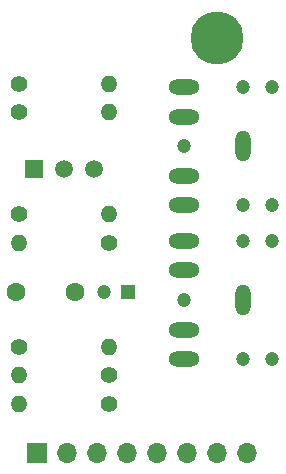
<source format=gbr>
%TF.GenerationSoftware,KiCad,Pcbnew,(6.0.7)*%
%TF.CreationDate,2022-12-16T00:38:36+00:00*%
%TF.ProjectId,CPC464-2MINITapeAdapter,43504334-3634-42d3-924d-494e49546170,rev?*%
%TF.SameCoordinates,Original*%
%TF.FileFunction,Soldermask,Bot*%
%TF.FilePolarity,Negative*%
%FSLAX46Y46*%
G04 Gerber Fmt 4.6, Leading zero omitted, Abs format (unit mm)*
G04 Created by KiCad (PCBNEW (6.0.7)) date 2022-12-16 00:38:36*
%MOMM*%
%LPD*%
G01*
G04 APERTURE LIST*
%ADD10C,1.400000*%
%ADD11O,1.400000X1.400000*%
%ADD12C,1.500000*%
%ADD13R,1.500000X1.500000*%
%ADD14R,1.700000X1.700000*%
%ADD15O,1.700000X1.700000*%
%ADD16C,1.200000*%
%ADD17R,1.200000X1.200000*%
%ADD18C,4.500000*%
%ADD19C,1.600000*%
%ADD20O,1.308000X2.616000*%
%ADD21O,2.616000X1.308000*%
G04 APERTURE END LIST*
D10*
%TO.C,R318*%
X56533000Y-77266800D03*
D11*
X64153000Y-77266800D03*
%TD*%
D10*
%TO.C,R314*%
X56533000Y-68692129D03*
D11*
X64153000Y-68692129D03*
%TD*%
D12*
%TO.C,Q350*%
X62883000Y-73522471D03*
X60343000Y-73522471D03*
D13*
X57803000Y-73522471D03*
%TD*%
D10*
%TO.C,R313*%
X56533000Y-66268600D03*
D11*
X64153000Y-66268600D03*
%TD*%
D14*
%TO.C,C353*%
X58104800Y-97510600D03*
D15*
X60644800Y-97510600D03*
X63184800Y-97510600D03*
X65724800Y-97510600D03*
X68264800Y-97510600D03*
X70804800Y-97510600D03*
X73344800Y-97510600D03*
X75884800Y-97510600D03*
%TD*%
D16*
%TO.C,C351*%
X63786000Y-83947000D03*
D17*
X65786000Y-83947000D03*
%TD*%
D18*
%TO.C,H5*%
X73279000Y-62407800D03*
%TD*%
D11*
%TO.C,R315*%
X56533000Y-93421200D03*
D10*
X64153000Y-93421200D03*
%TD*%
D11*
%TO.C,R310*%
X56533000Y-79781400D03*
D10*
X64153000Y-79781400D03*
%TD*%
D11*
%TO.C,R316*%
X56533000Y-90957400D03*
D10*
X64153000Y-90957400D03*
%TD*%
D19*
%TO.C,C317*%
X56319000Y-83947000D03*
X61319000Y-83947000D03*
%TD*%
D11*
%TO.C,R317*%
X64153000Y-88569800D03*
D10*
X56533000Y-88569800D03*
%TD*%
D16*
%TO.C,J350*%
X77980800Y-76577200D03*
X70480800Y-71577200D03*
X75480800Y-66577200D03*
X75480800Y-76577200D03*
X77980800Y-66577200D03*
D20*
X75480800Y-71577200D03*
D21*
X70480800Y-66577200D03*
X70480800Y-76577200D03*
X70480800Y-69077200D03*
X70480800Y-74077200D03*
%TD*%
D16*
%TO.C,J351*%
X77980800Y-79582000D03*
X70480800Y-84582000D03*
X77980800Y-89582000D03*
X75480800Y-89582000D03*
X75480800Y-79582000D03*
D20*
X75480800Y-84582000D03*
D21*
X70480800Y-79582000D03*
X70480800Y-89582000D03*
X70480800Y-82082000D03*
X70480800Y-87082000D03*
%TD*%
M02*

</source>
